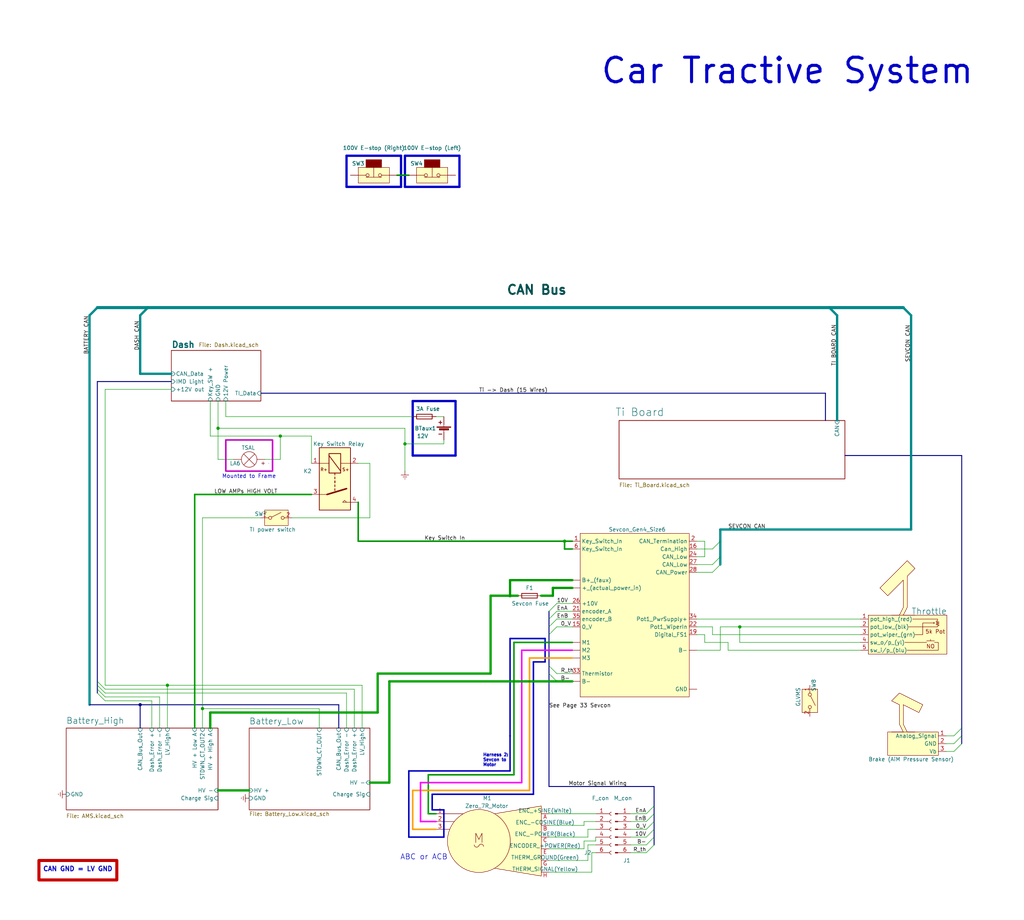
<source format=kicad_sch>
(kicad_sch (version 20230121) (generator eeschema)
  (paper "User" 334.01 300.025)
  (title_block (title "Tractive System") (date "2023-05-03") (rev "Print 1"))
  (lib_symbols
    (symbol "CamachosSymbols:SW_SPST" (pin_names (offset 0) hide)
      (property "Reference" "SW" (at 0 3.175 0))
      (property "Value" "SW_SPST" (at 0 -2.54 0))
      (symbol "SW_SPST_0_0"
        (circle (center -2.032 0) (radius 0.508))
        (polyline (pts (xy -1.524 0.254) (xy 1.524 1.778)))
        (circle (center 2.032 0) (radius 0.508))
      )
      (symbol "SW_SPST_0_1"
        (rectangle (start -3.81 2.54) (end 3.81 -2.54) (fill (type background)))
      )
      (symbol "SW_SPST_1_1"
        (pin passive line (at -5.08 0 0) (length 2.54) (name "A") (number "1"))
        (pin passive line (at 5.08 0 180) (length 2.54) (name "B") (number "2"))
      )
    )
    (symbol "CamachosSymbols:Safety Switch" (pin_numbers hide) (pin_names (offset 1.016) hide)
      (property "Reference" "SW?" (at 0 7.62 0))
      (property "Value" "Safety Switch" (at 0 6.35 0))
      (symbol "Safety Switch_0_1"
        (rectangle (start -5.08 2.54) (end 5.08 -2.54) (fill (type background)))
        (circle (center -2.032 0) (radius 0.508))
        (polyline (pts (xy -5.08 0) (xy -2.54 0)))
        (polyline (pts (xy -2.54 -0.635) (xy 2.54 -0.635)))
        (polyline (pts (xy 0 -0.635) (xy 0 1.27)))
        (polyline (pts (xy 0 1.27) (xy 0 2.54)))
        (polyline (pts (xy 2.54 0) (xy 5.08 0)))
        (polyline (pts (xy -2.54 2.54) (xy -2.54 5.08) (xy 2.54 5.08) (xy 2.54 2.54) (xy -2.54 2.54)) (fill (type outline)))
        (circle (center 2.032 0) (radius 0.508))
        (pin passive line (at -7.62 0 0) (length 2.54) (name "A") (number "1"))
      )
      (symbol "Safety Switch_1_1"
        (pin passive line (at 7.62 0 180) (length 2.54) (name "B") (number "2"))
      )
    )
    (symbol "CamachosSymbols:Sevcon_Gen4_Size6"
      (property "Value" "Sevcon_Gen4_Size6" (at 10.16 16.51 0))
      (symbol "Sevcon_Gen4_Size6_0_1"
        (rectangle (start -17.78 15.24) (end 17.78 -38.1) (fill (type background)))
      )
      (symbol "Sevcon_Gen4_Size6_1_1"
        (pin passive line (at -20.32 -2.54 0) (length 2.54) (name "+_(actual_power_in)") (number ""))
        (pin passive line (at -20.32 0 0) (length 2.54) (name "B+_(faux)") (number ""))
        (pin passive line (at -20.32 -33.02 0) (length 2.54) (name "B-") (number ""))
        (pin passive line (at 20.32 -22.86 180) (length 2.54) (name "B-") (number ""))
        (pin passive line (at 20.32 -35.56 180) (length 2.54) (name "GND") (number ""))
        (pin passive line (at -20.32 -20.32 0) (length 2.54) (name "M1") (number ""))
        (pin passive line (at -20.32 -22.86 0) (length 2.54) (name "M2") (number ""))
        (pin passive line (at -20.32 -25.4 0) (length 2.54) (name "M3") (number ""))
        (pin passive line (at -20.32 12.7 0) (length 2.54) (name "Key_Switch_In") (number "1"))
        (pin passive line (at -20.32 -15.24 0) (length 2.54) (name "0_V") (number "15"))
        (pin passive line (at 20.32 10.16 180) (length 2.54) (name "Can_High") (number "16"))
        (pin passive line (at 20.32 -17.78 180) (length 2.54) (name "Digital_FS1") (number "19"))
        (pin passive line (at 20.32 12.7 180) (length 2.54) (name "CAN_Termination") (number "2"))
        (pin passive line (at -20.32 -10.16 0) (length 2.54) (name "encoder_A") (number "21"))
        (pin passive line (at 20.32 -15.24 180) (length 2.54) (name "Pot1_WiperIn") (number "22"))
        (pin passive line (at 20.32 7.62 180) (length 2.54) (name "CAN_Low") (number "24"))
        (pin passive line (at -20.32 -7.62 0) (length 2.54) (name "+10V") (number "26"))
        (pin passive line (at 20.32 5.08 180) (length 2.54) (name "CAN_Low") (number "27"))
        (pin passive line (at 20.32 2.54 180) (length 2.54) (name "CAN_Power") (number "28"))
        (pin passive line (at -20.32 7.62 0) (length 2.54) hide (name "Line_Contactor_(Cont1)") (number "3"))
        (pin passive line (at -20.32 -30.48 0) (length 2.54) (name "Thermistor") (number "33"))
        (pin passive line (at 20.32 -12.7 180) (length 2.54) (name "Pot1_PwrSupply+") (number "34"))
        (pin passive line (at -20.32 -12.7 0) (length 2.54) (name "encoder_B") (number "35"))
        (pin passive line (at -20.32 5.08 0) (length 2.54) hide (name "Cont1_Supply_(+)") (number "4"))
        (pin passive line (at -20.32 10.16 0) (length 2.54) (name "Key_Switch_In") (number "6"))
      )
    )
    (symbol "CamachosSymbols:Throttle"
      (property "Value" "Throttle" (at 12.7 11.43 0))
      (symbol "Throttle_0_0"
        (text "5k Pot" (at 14.224 -2.794 0) (effects (font (size 1.27 1.27))))
        (text "NO" (at 12.7 -7.62 0) (effects (font (size 1.27 1.27))))
      )
      (symbol "Throttle_0_1"
        (rectangle (start -7.62 2.54) (end 18.034 -10.16) (fill (type background)))
        (polyline (pts (xy 4.318 -6.35) (xy 11.43 -6.35)))
        (polyline (pts (xy 5.08 -8.89) (xy 11.43 -8.89)))
        (polyline (pts (xy 11.43 -6.35) (xy 11.43 -6.35)))
        (polyline (pts (xy 11.43 -5.842) (xy 13.97 -5.842)))
        (polyline (pts (xy 12.7 -5.842) (xy 12.7 -5.334)))
        (polyline (pts (xy 13.716 0.254) (xy 13.97 0) (xy 13.716 -0.254)))
        (polyline (pts (xy 7.62 -3.81) (xy 10.16 -3.81) (xy 10.16 0) (xy 13.97 0)))
        (polyline (pts (xy 11.43 -8.89) (xy 15.24 -8.89) (xy 15.24 -6.35) (xy 13.97 -6.35)))
        (polyline (pts (xy 6.858 1.27) (xy 14.986 1.27) (xy 14.986 0.762) (xy 14.478 0.508) (xy 15.494 0.254) (xy 14.478 0) (xy 15.494 -0.254) (xy 14.478 -0.508) (xy 15.494 -0.762) (xy 14.986 -1.016) (xy 14.986 -1.27) (xy 5.588 -1.27)))
        (polyline (pts (xy 0 2.54) (xy 2.54 2.54) (xy 3.81 5.08) (xy 3.81 11.43) (xy 3.81 13.97) (xy -1.27 8.89) (xy -3.81 11.43) (xy 5.08 20.32) (xy 7.62 17.78) (xy 5.08 15.24) (xy 5.08 5.08) (xy 3.81 2.54) (xy 6.35 2.54) (xy 7.62 2.54)) (fill (type background)))
      )
      (symbol "Throttle_1_1"
        (pin passive line (at -10.16 1.27 0) (length 2.54) (name "pot_high_(red)") (number "1"))
        (pin passive line (at -10.16 -1.27 0) (length 2.54) (name "pot_low_(blk)") (number "2"))
        (pin passive line (at -10.16 -3.81 0) (length 2.54) (name "pot_wiper_(grn)") (number "3"))
        (pin passive line (at -10.16 -6.35 0) (length 2.54) (name "sw_o/p_(yl)") (number "4"))
        (pin passive line (at -10.16 -8.89 0) (length 2.54) (name "sw_i/p_(blu)") (number "5"))
      )
    )
    (symbol "CamachosSymbols:Zero_7R_Motor" (pin_names (offset 0))
      (property "Reference" "M?" (at -0.635 16.51 0))
      (property "Value" "Zero_7R_Motor" (at -0.635 13.97 0))
      (symbol "Zero_7R_Motor_0_0"
        (polyline (pts (xy 3.556 -0.508) (xy 3.556 2.54) (xy 2.54 0.508) (xy 1.524 2.54) (xy 1.524 -0.508)))
        (arc (start 2.54 -1.524) (mid 1.6743 -1.0287) (end 1.016 -1.778))
        (arc (start 2.54 -1.524) (mid 3.4022 -1.9982) (end 4.064 -1.27))
      )
      (symbol "Zero_7R_Motor_0_1"
        (polyline (pts (xy 13.97 3.81) (xy 12.065 3.81)))
        (polyline (pts (xy 13.97 8.89) (xy 7.62 8.89)))
        (polyline (pts (xy 13.97 6.35) (xy 10.5664 6.35) (xy 10.6172 6.3246)))
        (polyline (pts (xy -2.54 8.89) (xy -17.78 11.43) (xy -17.78 -11.43) (xy -2.54 -8.89)) (fill (type background)))
        (circle (center 2.54 0) (radius 10.2391) (fill (type background)))
      )
      (symbol "Zero_7R_Motor_1_1"
        (pin passive line (at 16.51 8.89 180) (length 2.54) (name "~") (number "1"))
        (pin passive line (at 16.51 6.35 180) (length 2.54) (name "~") (number "2"))
        (pin passive line (at 16.51 3.81 180) (length 2.54) (name "~") (number "3"))
        (pin passive line (at -20.32 8.89 0) (length 2.54) (name "ENC_+SINE(White)") (number "A"))
        (pin passive line (at -20.32 5.08 0) (length 2.54) (name "ENC_-COSINE(Blue)") (number "B"))
        (pin passive line (at -20.32 1.27 0) (length 2.54) (name "ENC_-POWER(Black)") (number "C"))
        (pin passive line (at -20.32 -2.54 0) (length 2.54) (name "ENCODER_+POWER(Red)") (number "E"))
        (pin passive line (at -20.32 -6.35 0) (length 2.54) (name "THERM_GROUND(Green)") (number "G"))
        (pin passive line (at -20.32 -10.16 0) (length 2.54) (name "THERM_SIGNAL(Yellow)") (number "H"))
      )
    )
    (symbol "Connector:Conn_01x06_Female" (pin_names (offset 1.016) hide)
      (property "Reference" "J" (at 0 7.62 0))
      (property "Value" "Conn_01x06_Female" (at 0 -10.16 0))
      (symbol "Conn_01x06_Female_1_1"
        (arc (start 0 -7.112) (mid -0.5058 -7.62) (end 0 -8.128) (stroke (width 0.1524)))
        (arc (start 0 -4.572) (mid -0.5058 -5.08) (end 0 -5.588) (stroke (width 0.1524)))
        (arc (start 0 -2.032) (mid -0.5058 -2.54) (end 0 -3.048) (stroke (width 0.1524)))
        (polyline (pts (xy -1.27 -7.62) (xy -0.508 -7.62)) (stroke (width 0.1524)))
        (polyline (pts (xy -1.27 -5.08) (xy -0.508 -5.08)) (stroke (width 0.1524)))
        (polyline (pts (xy -1.27 -2.54) (xy -0.508 -2.54)) (stroke (width 0.1524)))
        (polyline (pts (xy -1.27 0) (xy -0.508 0)) (stroke (width 0.1524)))
        (polyline (pts (xy -1.27 2.54) (xy -0.508 2.54)) (stroke (width 0.1524)))
        (polyline (pts (xy -1.27 5.08) (xy -0.508 5.08)) (stroke (width 0.1524)))
        (arc (start 0 0.508) (mid -0.5058 0) (end 0 -0.508) (stroke (width 0.1524)))
        (arc (start 0 3.048) (mid -0.5058 2.54) (end 0 2.032) (stroke (width 0.1524)))
        (arc (start 0 5.588) (mid -0.5058 5.08) (end 0 4.572) (stroke (width 0.1524)))
        (pin passive line (at -5.08 5.08 0) (length 3.81) (name "Pin_1") (number "1"))
        (pin passive line (at -5.08 2.54 0) (length 3.81) (name "Pin_2") (number "2"))
        (pin passive line (at -5.08 0 0) (length 3.81) (name "Pin_3") (number "3"))
        (pin passive line (at -5.08 -2.54 0) (length 3.81) (name "Pin_4") (number "4"))
        (pin passive line (at -5.08 -5.08 0) (length 3.81) (name "Pin_5") (number "5"))
        (pin passive line (at -5.08 -7.62 0) (length 3.81) (name "Pin_6") (number "6"))
      )
    )
    (symbol "Connector:Conn_01x06_Male" (pin_names (offset 1.016) hide)
      (property "Reference" "J" (at 0 7.62 0))
      (property "Value" "Conn_01x06_Male" (at 0 -10.16 0))
      (symbol "Conn_01x06_Male_1_1"
        (polyline (pts (xy 1.27 -7.62) (xy 0.8636 -7.62)) (stroke (width 0.1524)))
        (polyline (pts (xy 1.27 -5.08) (xy 0.8636 -5.08)) (stroke (width 0.1524)))
        (polyline (pts (xy 1.27 -2.54) (xy 0.8636 -2.54)) (stroke (width 0.1524)))
        (polyline (pts (xy 1.27 0) (xy 0.8636 0)) (stroke (width 0.1524)))
        (polyline (pts (xy 1.27 2.54) (xy 0.8636 2.54)) (stroke (width 0.1524)))
        (polyline (pts (xy 1.27 5.08) (xy 0.8636 5.08)) (stroke (width 0.1524)))
        (rectangle (start 0.8636 -7.493) (end 0 -7.747) (stroke (width 0.1524)) (fill (type outline)))
        (rectangle (start 0.8636 -4.953) (end 0 -5.207) (stroke (width 0.1524)) (fill (type outline)))
        (rectangle (start 0.8636 -2.413) (end 0 -2.667) (stroke (width 0.1524)) (fill (type outline)))
        (rectangle (start 0.8636 0.127) (end 0 -0.127) (stroke (width 0.1524)) (fill (type outline)))
        (rectangle (start 0.8636 2.667) (end 0 2.413) (stroke (width 0.1524)) (fill (type outline)))
        (rectangle (start 0.8636 5.207) (end 0 4.953) (stroke (width 0.1524)) (fill (type outline)))
        (pin passive line (at 5.08 5.08 180) (length 3.81) (name "Pin_1") (number "1"))
        (pin passive line (at 5.08 2.54 180) (length 3.81) (name "Pin_2") (number "2"))
        (pin passive line (at 5.08 0 180) (length 3.81) (name "Pin_3") (number "3"))
        (pin passive line (at 5.08 -2.54 180) (length 3.81) (name "Pin_4") (number "4"))
        (pin passive line (at 5.08 -5.08 180) (length 3.81) (name "Pin_5") (number "5"))
        (pin passive line (at 5.08 -7.62 180) (length 3.81) (name "Pin_6") (number "6"))
      )
    )
    (symbol "Device:Battery_Cell" (pin_numbers hide) (pin_names (offset 0) hide)
      (property "Reference" "BTaux1" (at 2.54 1.27 0))
      (property "Value" "12V" (at 5.08 -1.27 0))
      (symbol "Battery_Cell_0_1"
        (rectangle (start -2.286 1.778) (end 2.286 1.524) (fill (type outline)))
        (rectangle (start -1.5748 1.1938) (end 1.4732 0.6858) (fill (type outline)))
        (polyline (pts (xy 0 0.762) (xy 0 0)))
        (polyline (pts (xy 0 1.778) (xy 0 2.54)))
        (polyline (pts (xy 0.635 -0.635) (xy 1.651 -0.635)) (stroke (width 0.254)))
        (polyline (pts (xy 0.635 3.175) (xy 1.651 3.175)) (stroke (width 0.254)))
        (polyline (pts (xy 1.143 3.683) (xy 1.143 2.667)) (stroke (width 0.254)))
      )
      (symbol "Battery_Cell_1_1"
        (pin passive line (at 0 5.08 270) (length 2.54) (name "+") (number "1"))
        (pin passive line (at 0 -2.54 90) (length 2.54) (name "-") (number "2"))
      )
    )
    (symbol "Device:Fuse" (pin_numbers hide) (pin_names (offset 0))
      (property "Reference" "F" (at 2.032 0 90))
      (property "Value" "Fuse" (at -1.905 0 90))
      (symbol "Fuse_0_1"
        (rectangle (start -0.762 -2.54) (end 0.762 2.54) (stroke (width 0.254)))
        (polyline (pts (xy 0 2.54) (xy 0 -2.54)))
      )
      (symbol "Fuse_1_1"
        (pin passive line (at 0 3.81 270) (length 1.27) (name "~") (number "1"))
        (pin passive line (at 0 -3.81 90) (length 1.27) (name "~") (number "2"))
      )
    )
    (symbol "Lamp_4" (pin_numbers hide) (pin_names (offset 0.0254) hide)
      (property "Reference" "LA4" (at 6.35 1.27 0))
      (property "Value" "Keyswitch Light" (at 7.62 -3.81 0))
      (symbol "Lamp_4_0_0"
        (text "+" (at -4.445 1.27 900) (effects (font (size 1.27 1.27))))
      )
      (symbol "Lamp_4_0_1"
        (polyline (pts (xy -1.778 -1.778) (xy 1.778 1.778)))
        (polyline (pts (xy -1.778 1.778) (xy 1.778 -1.778)))
        (circle (center 0 0) (radius 2.54))
      )
      (symbol "Lamp_4_1_1"
        (pin passive line (at 5.08 0 180) (length 2.54) (name "-") (number "1"))
        (pin passive line (at -5.08 0 0) (length 2.54) (name "+") (number "2"))
      )
    )
    (symbol "Relay:ADW11"
      (property "Reference" "K?" (at -2.54 15.24 0))
      (property "Value" "Line Contactor" (at 1.27 12.7 0))
      (symbol "ADW11_1_1"
        (polyline (pts (xy -3.81 6.35) (xy -0.635 6.35)))
        (polyline (pts (xy -1.27 -3.81) (xy -3.81 -3.81)))
        (polyline (pts (xy -1.27 -3.81) (xy 5.08 -1.905)) (stroke (width 0.508)))
        (polyline (pts (xy -0.635 8.89) (xy 3.175 3.81)) (stroke (width 0.254)))
        (polyline (pts (xy 1.27 -1.905) (xy 1.27 -2.54)) (stroke (width 0.254)))
        (polyline (pts (xy 1.27 -0.635) (xy 1.27 -1.27)) (stroke (width 0.254)))
        (polyline (pts (xy 1.27 0.635) (xy 1.27 0)) (stroke (width 0.254)))
        (polyline (pts (xy 1.27 0.635) (xy 1.27 0)) (stroke (width 0.254)))
        (polyline (pts (xy 1.27 1.905) (xy 1.27 1.27)) (stroke (width 0.254)))
        (polyline (pts (xy 1.27 3.175) (xy 1.27 2.54)) (stroke (width 0.254)))
        (polyline (pts (xy 5.08 -6.35) (xy 6.35 -6.35)))
        (polyline (pts (xy 6.35 6.35) (xy 3.175 6.35)))
        (polyline (pts (xy 5.08 -6.35) (xy 3.81 -6.35) (xy 4.445 -5.715) (xy 5.08 -6.35)))
        (rectangle (start 3.175 9.525) (end -0.635 3.175) (stroke (width 0.254)))
        (rectangle (start 6.35 11.43) (end -3.81 -8.89) (stroke (width 0.254)) (fill (type background)))
        (text "R+" (at -2.286 4.318 0) (effects (font (size 1.016 1.016))))
        (text "S+" (at 4.826 4.318 0) (effects (font (size 1.016 1.016))))
        (pin passive line (at -6.35 6.35 0) (length 2.54) (name "~") (number "1"))
        (pin passive line (at 8.89 6.35 180) (length 2.54) (name "~") (number "2"))
        (pin passive line (at -6.35 -3.81 0) (length 2.54) (name "~") (number "3"))
        (pin passive line (at 8.89 -6.35 180) (length 2.54) (name "~") (number "4"))
      )
    )
    (symbol "Throttle_1"
      (property "Value" "Brake (AiM Pressure Sensor)" (at -6.35 6.35 0))
      (symbol "Throttle_1_0_1"
        (rectangle (start -7.62 2.54) (end 8.89 -5.08) (fill (type background)))
        (polyline (pts (xy 11.43 -6.35) (xy 11.43 -6.35)))
        (polyline (pts (xy 0 2.54) (xy 2.54 2.54) (xy 3.81 5.08) (xy 3.81 8.89) (xy 3.81 11.43) (xy -1.27 8.89) (xy -2.54 11.43) (xy 5.08 15.24) (xy 7.62 12.7) (xy 5.08 11.43) (xy 5.08 5.08) (xy 3.81 2.54) (xy 6.35 2.54) (xy 7.62 2.54)) (fill (type background)))
      )
      (symbol "Throttle_1_1_1"
        (pin passive line (at -10.16 1.27 0) (length 2.54) (name "Analog_Signal") (number "1"))
        (pin passive line (at -10.16 -1.27 0) (length 2.54) (name "GND") (number "2"))
        (pin passive line (at -10.16 -3.81 0) (length 2.54) (name "Vb") (number "3"))
      )
    )
    (symbol "power:Earth" (power) (pin_names (offset 0))
      (symbol "Earth_0_1"
        (polyline (pts (xy -0.635 -1.905) (xy 0.635 -1.905)))
        (polyline (pts (xy -0.127 -2.54) (xy 0.127 -2.54)))
        (polyline (pts (xy 0 -1.27) (xy 0 0)))
        (polyline (pts (xy 1.27 -1.27) (xy -1.27 -1.27)))
      )
      (symbol "Earth_1_1"
        (pin power_in line (at 0 0 270) (length 0) hide (name "Earth") (number "1"))
      )
    )
  )
  (junction (at 132.08 144.78))
  (junction (at 71.12 139.7))
  (junction (at 241.3 204.47))
  (junction (at 166.37 194.31))
  (junction (at 91.44 142.24))
  (junction (at 54.61 223.52))
  (junction (at 66.04 231.14))
  (junction (at 45.72 229.87))
  (junction (at 184.15 176.53))
  (bus_entry (at 179.07 204.47) (size 2.54 -2.54))
  (bus_entry (at 48.26 100.33) (size -2.54 2.54) (stroke (width 0.75) (color 0 132 132 1)))
  (bus_entry (at 31.75 222.25) (size 2.54 2.54))
  (bus_entry (at 232.41 184.15) (size 2.54 -2.54))
  (bus_entry (at 232.41 186.69) (size 2.54 -2.54))
  (bus_entry (at 213.36 275.59) (size -2.54 2.54))
  (bus_entry (at 179.07 207.01) (size 2.54 -2.54))
  (bus_entry (at 213.36 265.43) (size -2.54 2.54))
  (bus_entry (at 213.36 273.05) (size -2.54 2.54))
  (bus_entry (at 31.75 224.79) (size 2.54 2.54))
  (bus_entry (at 213.36 267.97) (size -2.54 2.54))
  (bus_entry (at 31.75 226.06) (size 2.54 2.54))
  (bus_entry (at 31.75 100.33) (size -2.54 2.54) (stroke (width 0.75) (color 0 132 132 1)))
  (bus_entry (at 270.51 100.33) (size 2.54 2.54) (stroke (width 0.75) (color 0 132 132 1)))
  (bus_entry (at 313.69 240.03) (size -2.54 2.54))
  (bus_entry (at 179.07 199.39) (size 2.54 -2.54))
  (bus_entry (at 179.07 201.93) (size 2.54 -2.54))
  (bus_entry (at 213.36 262.89) (size -2.54 2.54))
  (bus_entry (at 213.36 270.51) (size -2.54 2.54))
  (bus_entry (at 31.75 223.52) (size 2.54 2.54))
  (bus_entry (at 313.69 237.49) (size -2.54 2.54))
  (bus_entry (at 181.61 219.71) (size -2.54 -2.54))
  (bus_entry (at 313.69 242.57) (size -2.54 2.54))
  (bus_entry (at 294.64 100.33) (size 2.54 2.54) (stroke (width 0.75) (color 0 132 132 1)))
  (bus_entry (at 179.07 219.71) (size 2.54 2.54))
  (bus_entry (at 232.41 179.07) (size 2.54 -2.54))
  (polyline (pts (xy 166.37 240.03) (xy 166.37 251.46)) (stroke (width 0.5)))
  (wire (pts (xy 181.61 222.25) (xy 186.69 222.25)) (stroke (width 0.75)))
  (bus (pts (xy 31.75 100.33) (xy 48.26 100.33)) (stroke (width 1) (color 0 132 132 1)))
  (bus (pts (xy 213.36 273.05) (xy 213.36 275.59)))
  (polyline (pts (xy 132.08 50.8) (xy 132.08 60.96)) (stroke (width 0.75) (type solid)))
  (wire (pts (xy 241.3 204.47) (xy 280.67 204.47)))
  (wire (pts (xy 193.04 278.13) (xy 193.04 284.48)))
  (wire (pts (xy 280.67 212.09) (xy 237.49 212.09)))
  (polyline (pts (xy 140.97 264.16) (xy 140.97 260.35)) (stroke (width 0.5)))
  (wire (pts (xy 186.69 212.09) (xy 170.18 212.09)) (stroke (width 0.5) (color 250 3 255 1)))
  (bus (pts (xy 313.69 237.49) (xy 313.69 240.03)))
  (wire (pts (xy 34.29 228.6) (xy 49.53 228.6)))
  (wire (pts (xy 86.36 149.86) (xy 91.44 149.86)))
  (wire (pts (xy 191.77 270.51) (xy 194.31 270.51)))
  (wire (pts (xy 71.12 130.81) (xy 71.12 139.7)))
  (wire (pts (xy 123.19 219.71) (xy 160.02 219.71)) (stroke (width 0.75)))
  (wire (pts (xy 234.95 204.47) (xy 234.95 212.09)))
  (wire (pts (xy 297.18 102.87) (xy 297.18 172.72)) (stroke (width 0.75) (color 0 132 132 1)))
  (wire (pts (xy 184.15 176.53) (xy 186.69 176.53)) (stroke (width 0.5)))
  (bus (pts (xy 234.95 176.53) (xy 234.95 181.61)) (stroke (width 0.75) (color 0 132 132 1)))
  (wire (pts (xy 210.82 273.05) (xy 205.74 273.05)))
  (wire (pts (xy 227.33 179.07) (xy 232.41 179.07)))
  (polyline (pts (xy 140.97 259.08) (xy 140.97 260.35)) (stroke (width 0.5)))
  (wire (pts (xy 132.08 144.78) (xy 132.08 139.7)))
  (polyline (pts (xy 113.03 50.8) (xy 113.03 60.96)) (stroke (width 0.75) (type solid)))
  (wire (pts (xy 194.31 278.13) (xy 193.04 278.13)))
  (wire (pts (xy 181.61 196.85) (xy 186.69 196.85)))
  (bus (pts (xy 45.72 229.87) (xy 110.49 229.87)))
  (polyline (pts (xy 166.37 208.28) (xy 177.8 208.28)) (stroke (width 0.5)))
  (bus (pts (xy 45.72 102.87) (xy 45.72 121.92)) (stroke (width 0.75) (color 0 132 132 1)))
  (wire (pts (xy 132.08 144.78) (xy 132.08 153.67)))
  (wire (pts (xy 194.31 265.43) (xy 179.07 265.43)))
  (polyline (pts (xy 173.99 215.9) (xy 177.8 215.9)) (stroke (width 0.5)))
  (polyline (pts (xy 148.59 148.59) (xy 148.59 130.81)) (stroke (width 0.75) (type solid)))
  (bus (pts (xy 31.75 222.25) (xy 31.75 223.52)))
  (bus (pts (xy 269.24 128.27) (xy 269.24 137.16)))
  (polyline (pts (xy 173.99 215.9) (xy 173.99 259.08)) (stroke (width 0.5)))
  (polyline (pts (xy 166.37 251.46) (xy 133.35 251.46)) (stroke (width 0.5)))
  (wire (pts (xy 190.5 269.24) (xy 190.5 267.97)))
  (wire (pts (xy 172.72 257.81) (xy 134.62 257.81)) (stroke (width 0.5) (color 255 153 0 1)))
  (wire (pts (xy 120.65 255.27) (xy 127 255.27)) (stroke (width 0.75)))
  (wire (pts (xy 190.5 274.32) (xy 190.5 276.86)))
  (wire (pts (xy 166.37 189.23) (xy 166.37 194.31)) (stroke (width 0.75)))
  (wire (pts (xy 191.77 273.05) (xy 179.07 273.05)))
  (wire (pts (xy 63.5 161.29) (xy 101.6 161.29)) (stroke (width 0.5)))
  (bus (pts (xy 31.75 124.46) (xy 31.75 222.25)))
  (polyline (pts (xy 130.81 50.8) (xy 130.81 60.96)) (stroke (width 0.75) (type solid)))
  (wire (pts (xy 232.41 207.01) (xy 280.67 207.01)))
  (wire (pts (xy 34.29 224.79) (xy 115.57 224.79)))
  (wire (pts (xy 227.33 186.69) (xy 232.41 186.69)))
  (wire (pts (xy 186.69 191.77) (xy 180.34 191.77)) (stroke (width 0.75)))
  (bus (pts (xy 45.72 229.87) (xy 45.72 237.49)))
  (wire (pts (xy 180.34 191.77) (xy 180.34 194.31)) (stroke (width 0.75)))
  (wire (pts (xy 181.61 219.71) (xy 186.69 219.71)))
  (wire (pts (xy 118.11 223.52) (xy 118.11 237.49)))
  (wire (pts (xy 227.33 181.61) (xy 229.87 181.61)))
  (wire (pts (xy 167.64 209.55) (xy 186.69 209.55)) (stroke (width 0.5)))
  (bus (pts (xy 213.36 265.43) (xy 213.36 267.97)))
  (wire (pts (xy 227.33 207.01) (xy 229.87 207.01)))
  (wire (pts (xy 172.72 214.63) (xy 172.72 257.81)) (stroke (width 0.5) (color 255 153 0 1)))
  (bus (pts (xy 31.75 223.52) (xy 31.75 224.79)))
  (wire (pts (xy 73.66 135.89) (xy 134.62 135.89)))
  (bus (pts (xy 29.21 102.87) (xy 29.21 229.87)) (stroke (width 0.75) (color 0 132 132 1)))
  (wire (pts (xy 168.91 194.31) (xy 166.37 194.31)) (stroke (width 0.75)))
  (polyline (pts (xy 177.8 208.28) (xy 177.8 215.9)) (stroke (width 0.5)))
  (bus (pts (xy 85.09 128.27) (xy 269.24 128.27)))
  (wire (pts (xy 66.04 168.91) (xy 85.09 168.91)))
  (wire (pts (xy 191.77 275.59) (xy 191.77 280.67)))
  (wire (pts (xy 52.07 237.49) (xy 52.07 227.33)))
  (wire (pts (xy 34.29 226.06) (xy 113.03 226.06)))
  (wire (pts (xy 184.15 176.53) (xy 184.15 179.07)) (stroke (width 0.5)))
  (wire (pts (xy 190.5 269.24) (xy 179.07 269.24)))
  (wire (pts (xy 229.87 209.55) (xy 237.49 209.55)))
  (wire (pts (xy 137.16 255.27) (xy 137.16 267.97)) (stroke (width 0.5) (color 250 3 255 1)))
  (bus (pts (xy 31.75 224.79) (xy 31.75 226.06)))
  (wire (pts (xy 34.29 127) (xy 55.88 127)))
  (wire (pts (xy 68.58 142.24) (xy 91.44 142.24)))
  (polyline (pts (xy 140.97 259.08) (xy 166.37 259.08)) (stroke (width 0.5)))
  (bus (pts (xy 213.36 262.89) (xy 213.36 265.43)))
  (polyline (pts (xy 130.81 60.96) (xy 113.03 60.96)) (stroke (width 0.75) (type solid)))
  (wire (pts (xy 194.31 274.32) (xy 190.5 274.32)))
  (bus (pts (xy 234.95 181.61) (xy 234.95 184.15)) (stroke (width 0.75) (color 0 132 132 1)))
  (wire (pts (xy 137.16 255.27) (xy 170.18 255.27)) (stroke (width 0.5) (color 250 3 255 1)))
  (wire (pts (xy 210.82 275.59) (xy 205.74 275.59)))
  (wire (pts (xy 237.49 212.09) (xy 237.49 209.55)))
  (wire (pts (xy 205.74 278.13) (xy 210.82 278.13)))
  (wire (pts (xy 91.44 142.24) (xy 91.44 149.86)))
  (polyline (pts (xy 134.62 130.81) (xy 134.62 148.59)) (stroke (width 0.75) (type solid)))
  (wire (pts (xy 54.61 223.52) (xy 118.11 223.52)))
  (wire (pts (xy 134.62 257.81) (xy 134.62 270.51)) (stroke (width 0.5) (color 255 153 0 1)))
  (wire (pts (xy 101.6 142.24) (xy 101.6 151.13)))
  (bus (pts (xy 179.07 199.39) (xy 179.07 201.93)))
  (wire (pts (xy 210.82 270.51) (xy 205.74 270.51)))
  (bus (pts (xy 213.36 267.97) (xy 213.36 270.51)))
  (wire (pts (xy 241.3 209.55) (xy 241.3 204.47)))
  (wire (pts (xy 49.53 237.49) (xy 49.53 228.6)))
  (wire (pts (xy 68.58 232.41) (xy 123.19 232.41)) (stroke (width 0.75)))
  (bus (pts (xy 55.88 121.92) (xy 45.72 121.92)) (stroke (width 0.75) (color 0 132 132 1)))
  (bus (pts (xy 273.05 102.87) (xy 273.05 137.16)) (stroke (width 0.75) (color 0 132 132 1)))
  (wire (pts (xy 181.61 204.47) (xy 186.69 204.47)))
  (bus (pts (xy 48.26 100.33) (xy 270.51 100.33)) (stroke (width 1) (color 0 132 132 1)))
  (bus (pts (xy 179.07 219.71) (xy 179.07 256.54)))
  (wire (pts (xy 127 255.27) (xy 127 222.25)) (stroke (width 0.75)))
  (wire (pts (xy 68.58 130.81) (xy 68.58 142.24)))
  (wire (pts (xy 311.15 242.57) (xy 308.61 242.57)))
  (wire (pts (xy 191.77 273.05) (xy 191.77 270.51)))
  (polyline (pts (xy 133.35 251.46) (xy 133.35 273.05)) (stroke (width 0.5)))
  (polyline (pts (xy 144.78 273.05) (xy 144.78 264.16)) (stroke (width 0.5)))
  (bus (pts (xy 179.07 207.01) (xy 179.07 217.17)))
  (wire (pts (xy 71.12 139.7) (xy 71.12 149.86)))
  (bus (pts (xy 31.75 124.46) (xy 55.88 124.46)))
  (bus (pts (xy 45.72 229.87) (xy 29.21 229.87)))
  (wire (pts (xy 104.14 237.49) (xy 104.14 231.14)))
  (bus (pts (xy 179.07 201.93) (xy 179.07 204.47)))
  (wire (pts (xy 176.53 194.31) (xy 180.34 194.31)) (stroke (width 0.75)))
  (bus (pts (xy 179.07 204.47) (xy 179.07 207.01)))
  (wire (pts (xy 142.24 135.89) (xy 144.78 135.89)))
  (wire (pts (xy 71.12 149.86) (xy 76.2 149.86)))
  (wire (pts (xy 34.29 127) (xy 34.29 223.52)))
  (wire (pts (xy 66.04 231.14) (xy 104.14 231.14)))
  (bus (pts (xy 179.07 256.54) (xy 213.36 256.54)))
  (wire (pts (xy 181.61 199.39) (xy 186.69 199.39)))
  (wire (pts (xy 167.64 252.73) (xy 139.7 252.73)) (stroke (width 0.5)))
  (wire (pts (xy 229.87 176.53) (xy 229.87 181.61)))
  (wire (pts (xy 227.33 201.93) (xy 280.67 201.93)))
  (polyline (pts (xy 133.35 273.05) (xy 144.78 273.05)) (stroke (width 0.5)))
  (wire (pts (xy 91.44 142.24) (xy 101.6 142.24)))
  (wire (pts (xy 191.77 280.67) (xy 179.07 280.67)))
  (bus (pts (xy 110.49 237.49) (xy 110.49 229.87)))
  (wire (pts (xy 113.03 237.49) (xy 113.03 226.06)))
  (wire (pts (xy 234.95 212.09) (xy 227.33 212.09)))
  (polyline (pts (xy 149.86 50.8) (xy 149.86 60.96)) (stroke (width 0.75) (type solid)))
  (wire (pts (xy 68.58 232.41) (xy 68.58 237.49)) (stroke (width 0.75)))
  (polyline (pts (xy 113.03 50.8) (xy 130.81 50.8)) (stroke (width 0.75) (type solid)))
  (wire (pts (xy 280.67 209.55) (xy 241.3 209.55)))
  (wire (pts (xy 193.04 284.48) (xy 179.07 284.48)))
  (wire (pts (xy 116.84 176.53) (xy 184.15 176.53)) (stroke (width 0.5)))
  (wire (pts (xy 170.18 212.09) (xy 170.18 255.27)) (stroke (width 0.5) (color 250 3 255 1)))
  (wire (pts (xy 227.33 184.15) (xy 232.41 184.15)))
  (wire (pts (xy 73.66 130.81) (xy 73.66 135.89)))
  (wire (pts (xy 190.5 267.97) (xy 194.31 267.97)))
  (wire (pts (xy 129.54 57.15) (xy 133.35 57.15)) (stroke (width 0.5)))
  (wire (pts (xy 63.5 161.29) (xy 63.5 237.49)) (stroke (width 0.5)))
  (wire (pts (xy 210.82 267.97) (xy 205.74 267.97)))
  (wire (pts (xy 160.02 194.31) (xy 166.37 194.31)) (stroke (width 0.75)))
  (wire (pts (xy 172.72 214.63) (xy 186.69 214.63)) (stroke (width 0.5) (color 255 153 0 1)))
  (wire (pts (xy 181.61 201.93) (xy 186.69 201.93)))
  (wire (pts (xy 308.61 240.03) (xy 311.15 240.03)))
  (wire (pts (xy 234.95 204.47) (xy 241.3 204.47)))
  (wire (pts (xy 139.7 265.43) (xy 142.24 265.43)) (stroke (width 0.5)))
  (wire (pts (xy 234.95 172.72) (xy 297.18 172.72)) (stroke (width 0.75) (color 0 132 132 1)))
  (wire (pts (xy 232.41 204.47) (xy 232.41 207.01)))
  (polyline (pts (xy 173.99 259.08) (xy 166.37 259.08)) (stroke (width 0.5)))
  (wire (pts (xy 54.61 223.52) (xy 54.61 237.49)))
  (wire (pts (xy 116.84 176.53) (xy 116.84 163.83)) (stroke (width 0.5)))
  (polyline (pts (xy 134.62 130.81) (xy 148.59 130.81)) (stroke (width 0.75) (type solid)))
  (wire (pts (xy 227.33 204.47) (xy 232.41 204.47)))
  (bus (pts (xy 270.51 100.33) (xy 294.64 100.33)) (stroke (width 1) (color 0 132 132 1)))
  (wire (pts (xy 71.12 139.7) (xy 132.08 139.7)))
  (polyline (pts (xy 149.86 60.96) (xy 132.08 60.96)) (stroke (width 0.75) (type solid)))
  (wire (pts (xy 144.78 144.78) (xy 132.08 144.78)))
  (bus (pts (xy 275.59 148.59) (xy 313.69 148.59)))
  (wire (pts (xy 95.25 168.91) (xy 120.65 168.91)))
  (bus (pts (xy 213.36 270.51) (xy 213.36 273.05)))
  (wire (pts (xy 227.33 176.53) (xy 229.87 176.53)))
  (wire (pts (xy 167.64 209.55) (xy 167.64 252.73)) (stroke (width 0.5)))
  (wire (pts (xy 234.95 172.72) (xy 234.95 176.53)) (stroke (width 0.75) (color 0 132 132 1)))
  (wire (pts (xy 160.02 219.71) (xy 160.02 194.31)) (stroke (width 0.75)))
  (polyline (pts (xy 166.37 240.03) (xy 166.37 240.03)) (stroke (width 0.5)))
  (wire (pts (xy 134.62 270.51) (xy 142.24 270.51)) (stroke (width 0.5) (color 255 153 0 1)))
  (bus (pts (xy 313.69 240.03) (xy 313.69 242.57)))
  (wire (pts (xy 190.5 276.86) (xy 179.07 276.86)))
  (bus (pts (xy 213.36 256.54) (xy 213.36 262.89)))
  (polyline (pts (xy 144.78 264.16) (xy 140.97 264.16)) (stroke (width 0.5)))
  (polyline (pts (xy 166.37 240.03) (xy 166.37 208.28)) (stroke (width 0.5)))
  (wire (pts (xy 144.78 143.51) (xy 144.78 144.78)))
  (wire (pts (xy 66.04 168.91) (xy 66.04 231.14)))
  (wire (pts (xy 210.82 265.43) (xy 205.74 265.43)))
  (wire (pts (xy 127 222.25) (xy 181.61 222.25)) (stroke (width 0.75)))
  (wire (pts (xy 194.31 273.05) (xy 194.31 274.32)))
  (wire (pts (xy 66.04 237.49) (xy 66.04 231.14)))
  (wire (pts (xy 186.69 179.07) (xy 184.15 179.07)) (stroke (width 0.5)))
  (wire (pts (xy 139.7 252.73) (xy 139.7 265.43)) (stroke (width 0.5)))
  (polyline (pts (xy 134.62 148.59) (xy 148.59 148.59)) (stroke (width 0.75) (type solid)))
  (wire (pts (xy 120.65 151.13) (xy 120.65 168.91)))
  (wire (pts (xy 137.16 267.97) (xy 142.24 267.97)) (stroke (width 0.5) (color 250 3 255 1)))
  (wire (pts (xy 166.37 189.23) (xy 186.69 189.23)) (stroke (width 0.75)))
  (bus (pts (xy 179.07 217.17) (xy 179.07 219.71)))
  (wire (pts (xy 123.19 232.41) (xy 123.19 219.71)) (stroke (width 0.75)))
  (wire (pts (xy 116.84 151.13) (xy 120.65 151.13)))
  (wire (pts (xy 311.15 245.11) (xy 308.61 245.11)))
  (bus (pts (xy 313.69 148.59) (xy 313.69 237.49)))
  (wire (pts (xy 194.31 275.59) (xy 191.77 275.59)))
  (wire (pts (xy 71.12 257.81) (xy 81.28 257.81)) (stroke (width 0.75)))
  (wire (pts (xy 229.87 207.01) (xy 229.87 209.55)))
  (wire (pts (xy 34.29 223.52) (xy 54.61 223.52)))
  (polyline (pts (xy 132.08 50.8) (xy 149.86 50.8)) (stroke (width 0.75) (type solid)))
  (wire (pts (xy 115.57 237.49) (xy 115.57 224.79)))
  (wire (pts (xy 34.29 227.33) (xy 52.07 227.33)))
  (rectangle (start 87.63 151.13) (end 87.63 151.13))
  (rectangle (start 73.66 143.51) (end 88.9 153.67) (stroke (width 0.5) (color 194 0 194 1)))
  (text_box "" (at 12.7 280.67 0) (size 25.4 6.35) (stroke (width 1) (color 194 0 0 1)) (effects (font (size 1.27 1.27)) (justify left top)))
  (text "Mounted to Frame" (at 72.39 156.21 0) (effects (font (size 1.27 1.27)) (justify left bottom)))
  (text "Car Tractive System" (at 195.58 27.94 0) (effects (font (size 8 8) (thickness 1) bold) (justify left bottom)))
  (text "CAN Bus" (at 165.1 96.52 0) (effects (font (size 3 3) bold) (justify left bottom)))
  (text "CAN GND = LV GND" (at 13.97 284.48 0) (effects (font (size 1.5 1.5) (thickness 0.3) bold) (justify left bottom)))
  (text "Harness 2:\nSevcon to\nMotor" (at 157.48 250.19 0) (effects (font (size 1 1) (thickness 0.35) bold) (justify left bottom)))
  (text "ABC or ACB" (at 146.05 280.67 0) (effects (font (size 1.75 1.75)) (justify right bottom)))
  (label "EnA" (at 181.61 199.39 0))
  (label "EnB" (at 181.61 201.93 0))
  (label "SEVCON CAN" (at 237.49 172.72 0))
  (label "DASH CAN" (at 45.72 114.3 90))
  (label "R_th" (at 210.82 278.13 180))
  (label "10V" (at 181.61 196.85 0))
  (label "Motor Signal Wiring" (at 185.42 256.54 0))
  (label "TI BOARD CAN" (at 273.05 119.38 90))
  (label "Key Switch In" (at 138.43 176.53 0))
  (label "0_V" (at 210.82 270.51 180))
  (label "B-" (at 210.82 275.59 180))
  (label "B-" (at 182.88 222.25 0))
  (label "SEVCON CAN" (at 297.18 118.11 90))
  (label "EnB" (at 210.82 267.97 180))
  (label "LOW AMPs HIGH VOLT" (at 69.85 161.29 0))
  (label "Ti -> Dash (15 Wires)" (at 156.21 128.27 0))
  (label "R_th" (at 182.88 219.71 0))
  (label "10V" (at 210.82 273.05 180))
  (label "0_V" (at 182.88 204.47 0))
  (label "EnA" (at 210.82 265.43 180))
  (label "BATTERY CAN" (at 29.21 115.57 90))
  (label "See Page 33 Sevcon" (at 179.07 231.14 0))
  (symbol (lib_id "CamachosSymbols:Throttle") (at 290.83 203.2 0) (unit 1)
    (property "Reference" "U2" (effects hide))
    (property "Value" "Throttle" (at 297.18 199.39 0) (effects (font (size 2 2)) (justify left)))
  )
  (symbol (lib_id "Device:Fuse") (at 172.72 194.31 270) (unit 1)
    (property "Reference" "F1" (at 173.99 191.77 90) (effects (justify right)))
    (property "Value" "Sevcon Fuse" (at 179.07 196.85 90) (effects (justify right)))
  )
  (symbol (lib_id "CamachosSymbols:Zero_7R_Motor") (at 158.75 274.32 0) (mirror y) (unit 1)
    (property "Reference" "M1" (at 157.48 260.35 0) (effects (justify right)))
    (property "Value" "Zero_7R_Motor" (at 158.75 262.89 0))
  )
  (symbol (lib_id "Device:Battery_Cell") (at 144.78 140.97 0) (mirror y) (unit 1)
    (property "Reference" "BTaux1" (at 142.24 139.7 0) (effects (justify left)))
    (property "Value" "12V" (at 139.7 142.24 0) (effects (justify left)))
  )
  (symbol (lib_name "Throttle_1") (lib_id "CamachosSymbols:Throttle") (at 298.45 241.3 0) (mirror y) (unit 1)
    (property "Reference" "U7" (effects hide))
    (property "Value" "Brake (AiM Pressure Sensor)" (at 311.15 247.65 0) (effects (justify left)))
  )
  (symbol (lib_id "CamachosSymbols:SW_SPST") (at 90.17 168.91 0) (unit 1)
    (property "Reference" "SW7" (at 85.09 167.64 0))
    (property "Value" "TI power switch" (at 88.9 172.72 0))
  )
  (symbol (lib_id "Connector:Conn_01x06_Male") (at 200.66 270.51 0) (unit 1)
    (property "Reference" "J1" (at 204.47 280.67 0))
    (property "Value" "M_con" (at 203.2 260.35 0))
  )
  (symbol (lib_name "Lamp_4") (lib_id "Device:Lamp") (at 81.28 149.86 180) (unit 1)
    (property "Reference" "LA6" (at 74.93 151.13 0) (effects (justify right)))
    (property "Value" "TSAL" (at 78.74 146.05 0) (effects (justify right)))
  )
  (symbol (lib_id "Device:Fuse") (at 138.43 135.89 90) (unit 1)
    (property "Reference" "3A" (effects hide))
    (property "Value" "3A Fuse" (at 143.51 133.35 90) (effects (justify left)))
  )
  (symbol (lib_id "power:Earth") (at 81.28 260.35 270) (mirror x) (unit 1)
    (property "Reference" "#PWR02" (effects hide))
    (property "Value" "Earth" (effects hide))
  )
  (symbol (lib_id "CamachosSymbols:Sevcon_Gen4_Size6") (at 207.01 189.23 0) (unit 1)
    (property "Reference" "U1" (effects hide))
    (property "Value" "Sevcon_Gen4_Size6" (at 217.17 172.72 0) (effects (justify right)))
  )
  (symbol (lib_id "Relay:ADW11") (at 107.95 157.48 0) (unit 1)
    (property "Reference" "K2" (at 100.33 153.67 0))
    (property "Value" "Key Switch Relay" (at 110.49 144.78 0))
    (property "Footprint" "Relay_THT:Relay_1P1T_NO_10x24x18.8mm_Panasonic_ADW11xxxxW_THT" (effects hide))
    (property "Datasheet" "https://www.panasonic-electric-works.com/pew/es/downloads/ds_dw_hl_en.pdf" (effects hide))
  )
  (symbol (lib_id "CamachosSymbols:Safety Switch") (at 140.97 57.15 0) (unit 1)
    (property "Reference" "SW4" (at 135.89 53.34 0))
    (property "Value" "100V E-stop (Left)" (at 140.97 48.26 0))
  )
  (symbol (lib_id "CamachosSymbols:SW_SPST") (at 264.16 228.6 270) (unit 1)
    (property "Reference" "SW8" (at 265.43 223.52 0))
    (property "Value" "GLVMS" (at 260.35 227.33 0))
  )
  (symbol (lib_id "CamachosSymbols:Safety Switch") (at 121.92 57.15 0) (unit 1)
    (property "Reference" "SW3" (at 116.84 53.34 0))
    (property "Value" "100V E-stop (Right)" (at 121.92 48.26 0))
  )
  (symbol (lib_id "power:Earth") (at 21.59 259.08 270) (mirror x) (unit 1)
    (property "Reference" "#PWR03" (effects hide))
    (property "Value" "Earth" (effects hide))
  )
  (symbol (lib_id "power:Earth") (at 132.08 153.67 0) (unit 1)
    (property "Reference" "#PWR01" (effects hide))
    (property "Value" "Earth" (effects hide))
  )
  (symbol (lib_id "Connector:Conn_01x06_Female") (at 199.39 270.51 0) (unit 1)
    (property "Reference" "J2" (at 190.5 278.13 0) (effects (justify left)))
    (property "Value" "F_con" (at 193.04 260.35 0) (effects (justify left)))
  )
  (sheet (at 81.28 237.49) (size 39.37 26.67) (stroke (width 0.1524))
    (property "Sheetname" "Battery_Low" (at 81.28 236.4134 0) (effects (font (size 2 2)) (justify left bottom)))
    (property "Sheetfile" "Battery_Low.kicad_sch" (at 81.28 264.7446 0) (effects (justify left top)))
    (pin "GND" input (at 81.28 260.35 180))
    (pin "STDWN_CT_OUT" input (at 104.14 237.49 90))
    (pin "HV +" input (at 81.28 257.81 180))
    (pin "Dash_Error -" input (at 113.03 237.49 90))
    (pin "Dash_Error +" input (at 115.57 237.49 90))
    (pin "HV -" input (at 120.65 255.27 0))
    (pin "Charge Sig" input (at 120.65 259.08 0))
    (pin "CAN_Bus_Out" input (at 110.49 237.49 90))
    (pin "LV_High" input (at 118.11 237.49 90))
  )
  (sheet (at 201.93 137.16) (size 73.66 19.05) (stroke (width 0.1524))
    (property "Sheetname" "Ti Board" (at 200.66 135.89 0) (effects (font (size 2.5 2.5)) (justify left bottom)))
    (property "Sheetfile" "Ti_Board.kicad_sch" (at 201.93 157.48 0) (effects (justify left top)))
    (pin "CAN" input (at 273.05 137.16 90))
  )
  (sheet (at 21.59 237.49) (size 49.53 26.67) (stroke (width 0.1524))
    (property "Sheetname" "Battery_High" (at 21.59 236.22 0) (effects (font (size 2 2)) (justify left bottom)))
    (property "Sheetfile" "AMS.kicad_sch" (at 21.59 265.43 0) (effects (justify left top)))
    (pin "Dash_Error +" input (at 49.53 237.49 90))
    (pin "Dash_Error -" input (at 52.07 237.49 90))
    (pin "STDWN_CT_OUT2" input (at 66.04 237.49 90))
    (pin "GND" input (at 21.59 259.08 180))
    (pin "Charge Sig" input (at 71.12 260.35 0))
    (pin "CAN_Bus_Out" input (at 45.72 237.49 90))
    (pin "HV + Low A" input (at 63.5 237.49 90))
    (pin "HV -" input (at 71.12 257.81 0))
    (pin "HV + High A" input (at 68.58 237.49 90))
    (pin "LV_High" input (at 54.61 237.49 90))
  )
  (sheet (at 55.88 114.3) (size 29.21 16.51) (stroke (width 0.1524))
    (property "Sheetname" "Dash" (at 55.88 113.5884 0) (effects (font (size 2 2) bold) (justify left bottom)))
    (property "Sheetfile" "Dash.kicad_sch" (at 64.77 111.76 0) (effects (justify left top)))
    (pin "CAN_Data" input (at 55.88 121.92 180))
    (pin "GND" input (at 71.12 130.81 270))
    (pin "12V Power" input (at 73.66 130.81 270))
    (pin "Key_SW +" input (at 68.58 130.81 270))
    (pin "IMD Light" input (at 55.88 124.46 180))
    (pin "TI_Data" input (at 85.09 128.27 0))
    (pin "+12V out" input (at 55.88 127 180))
  )
)
</source>
